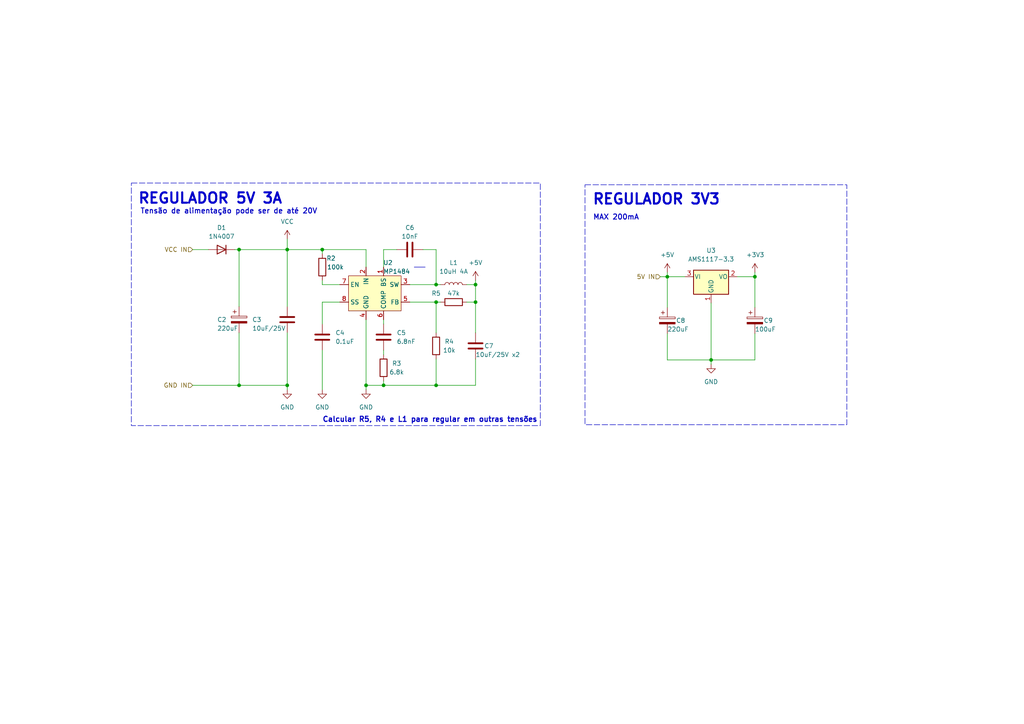
<source format=kicad_sch>
(kicad_sch (version 20230121) (generator eeschema)
  (paper "A4")
  (lib_symbols
    (symbol "Device:C" (pin_numbers hide) (pin_names (offset 0.254))
      (property "Reference" "C" (at 0.635 2.54 0))
      (property "Value" "C" (at 0.635 -2.54 0))
      (symbol "C_0_1"
        (polyline (pts (xy -2.032 -0.762) (xy 2.032 -0.762)) (stroke (width 0.508)))
        (polyline (pts (xy -2.032 0.762) (xy 2.032 0.762)) (stroke (width 0.508)))
      )
      (symbol "C_1_1"
        (pin passive line (at 0 3.81 270) (length 2.794) (name "~") (number "1"))
        (pin passive line (at 0 -3.81 90) (length 2.794) (name "~") (number "2"))
      )
    )
    (symbol "Device:C_Polarized" (pin_numbers hide) (pin_names (offset 0.254))
      (property "Reference" "C" (at 0.635 2.54 0))
      (property "Value" "C_Polarized" (at 0.635 -2.54 0))
      (symbol "C_Polarized_0_1"
        (rectangle (start -2.286 0.508) (end 2.286 1.016))
        (polyline (pts (xy -1.778 2.286) (xy -0.762 2.286)))
        (polyline (pts (xy -1.27 2.794) (xy -1.27 1.778)))
        (rectangle (start 2.286 -0.508) (end -2.286 -1.016) (fill (type outline)))
      )
      (symbol "C_Polarized_1_1"
        (pin passive line (at 0 3.81 270) (length 2.794) (name "~") (number "1"))
        (pin passive line (at 0 -3.81 90) (length 2.794) (name "~") (number "2"))
      )
    )
    (symbol "Device:L" (pin_numbers hide) (pin_names (offset 1.016) hide)
      (property "Reference" "L" (at -1.27 0 90))
      (property "Value" "L" (at 1.905 0 90))
      (symbol "L_0_1"
        (arc (start 0 -2.54) (mid 0.6323 -1.905) (end 0 -1.27))
        (arc (start 0 -1.27) (mid 0.6323 -0.635) (end 0 0))
        (arc (start 0 0) (mid 0.6323 0.635) (end 0 1.27))
        (arc (start 0 1.27) (mid 0.6323 1.905) (end 0 2.54))
      )
      (symbol "L_1_1"
        (pin passive line (at 0 3.81 270) (length 1.27) (name "1") (number "1"))
        (pin passive line (at 0 -3.81 90) (length 1.27) (name "2") (number "2"))
      )
    )
    (symbol "Device:R" (pin_numbers hide) (pin_names (offset 0))
      (property "Reference" "R" (at 2.032 0 90))
      (property "Value" "R" (at 0 0 90))
      (symbol "R_0_1"
        (rectangle (start -1.016 -2.54) (end 1.016 2.54) (stroke (width 0.254)))
      )
      (symbol "R_1_1"
        (pin passive line (at 0 3.81 270) (length 1.27) (name "~") (number "1"))
        (pin passive line (at 0 -3.81 90) (length 1.27) (name "~") (number "2"))
      )
    )
    (symbol "Diode:1N4007" (pin_numbers hide) (pin_names (offset 1.016) hide)
      (property "Reference" "D" (at 0 2.54 0))
      (property "Value" "1N4007" (at 0 -2.54 0))
      (symbol "1N4007_0_1"
        (polyline (pts (xy -1.27 1.27) (xy -1.27 -1.27)) (stroke (width 0.254)))
        (polyline (pts (xy 1.27 0) (xy -1.27 0)))
        (polyline (pts (xy 1.27 1.27) (xy 1.27 -1.27) (xy -1.27 0) (xy 1.27 1.27)) (stroke (width 0.254)))
      )
      (symbol "1N4007_1_1"
        (pin passive line (at -3.81 0 0) (length 2.54) (name "K") (number "1"))
        (pin passive line (at 3.81 0 180) (length 2.54) (name "A") (number "2"))
      )
    )
    (symbol "Regulator_Linear:AMS1117-3.3" (pin_names (offset 0.254))
      (property "Reference" "U" (at -3.81 3.175 0))
      (property "Value" "AMS1117-3.3" (at 0 3.175 0))
      (symbol "AMS1117-3.3_0_1"
        (rectangle (start -5.08 -5.08) (end 5.08 1.905) (stroke (width 0.254)) (fill (type background)))
      )
      (symbol "AMS1117-3.3_1_1"
        (pin power_in line (at 0 -7.62 90) (length 2.54) (name "GND") (number "1"))
        (pin power_out line (at 7.62 0 180) (length 2.54) (name "VO") (number "2"))
        (pin power_in line (at -7.62 0 0) (length 2.54) (name "VI") (number "3"))
      )
    )
    (symbol "componentes_gabriel:MP1484"
      (property "Reference" "U" (at -13.97 5.08 0))
      (property "Value" "MP1484" (at -11.43 2.54 0))
      (symbol "MP1484_0_1"
        (rectangle (start -10.16 1.27) (end 5.08 -8.89) (fill (type background)))
      )
      (symbol "MP1484_1_1"
        (pin input line (at 0 3.81 270) (length 2.54) (name "BS") (number "1"))
        (pin input line (at -5.08 3.81 270) (length 2.54) (name "IN") (number "2"))
        (pin output line (at 7.62 -1.27 180) (length 2.54) (name "SW") (number "3"))
        (pin input line (at -5.08 -11.43 90) (length 2.54) (name "GND") (number "4"))
        (pin input line (at 7.62 -6.35 180) (length 2.54) (name "FB") (number "5"))
        (pin input line (at 0 -11.43 90) (length 2.54) (name "COMP") (number "6"))
        (pin input line (at -12.7 -1.27 0) (length 2.54) (name "EN") (number "7"))
        (pin input line (at -12.7 -6.35 0) (length 2.54) (name "SS") (number "8"))
      )
    )
    (symbol "power:+3.3V" (power) (pin_names (offset 0))
      (property "Value" "+3.3V" (at 0 3.556 0))
      (symbol "+3.3V_0_1"
        (polyline (pts (xy -0.762 1.27) (xy 0 2.54)))
        (polyline (pts (xy 0 0) (xy 0 2.54)))
        (polyline (pts (xy 0 2.54) (xy 0.762 1.27)))
      )
      (symbol "+3.3V_1_1"
        (pin power_in line (at 0 0 90) (length 0) hide (name "+3V3") (number "1"))
      )
    )
    (symbol "power:+5V" (power) (pin_names (offset 0))
      (property "Value" "+5V" (at 0 3.556 0))
      (symbol "+5V_0_1"
        (polyline (pts (xy -0.762 1.27) (xy 0 2.54)))
        (polyline (pts (xy 0 0) (xy 0 2.54)))
        (polyline (pts (xy 0 2.54) (xy 0.762 1.27)))
      )
      (symbol "+5V_1_1"
        (pin power_in line (at 0 0 90) (length 0) hide (name "+5V") (number "1"))
      )
    )
    (symbol "power:GND" (power) (pin_names (offset 0))
      (property "Value" "GND" (at 0 -3.81 0))
      (symbol "GND_0_1"
        (polyline (pts (xy 0 0) (xy 0 -1.27) (xy 1.27 -1.27) (xy 0 -2.54) (xy -1.27 -1.27) (xy 0 -1.27)))
      )
      (symbol "GND_1_1"
        (pin power_in line (at 0 0 270) (length 0) hide (name "GND") (number "1"))
      )
    )
    (symbol "power:VCC" (power) (pin_names (offset 0))
      (property "Value" "VCC" (at 0 3.81 0))
      (symbol "VCC_0_1"
        (polyline (pts (xy -0.762 1.27) (xy 0 2.54)))
        (polyline (pts (xy 0 0) (xy 0 2.54)))
        (polyline (pts (xy 0 2.54) (xy 0.762 1.27)))
      )
      (symbol "VCC_1_1"
        (pin power_in line (at 0 0 90) (length 0) hide (name "VCC") (number "1"))
      )
    )
  )
  (junction (at 137.922 82.55))
  (junction (at 106.172 111.76))
  (junction (at 69.342 72.39))
  (junction (at 111.252 111.76))
  (junction (at 126.492 82.55))
  (junction (at 218.948 80.264))
  (junction (at 69.342 111.76))
  (junction (at 137.922 87.63))
  (junction (at 126.492 111.76))
  (junction (at 83.312 72.39))
  (junction (at 93.472 72.39))
  (junction (at 193.548 80.264))
  (junction (at 83.312 111.76))
  (junction (at 126.492 87.63))
  (junction (at 206.248 104.394))
  (wire (pts (xy 111.252 101.6) (xy 111.252 102.87)))
  (wire (pts (xy 68.072 72.39) (xy 69.342 72.39)))
  (wire (pts (xy 93.472 101.6) (xy 93.472 113.03)))
  (wire (pts (xy 126.492 72.39) (xy 126.492 82.55)))
  (wire (pts (xy 137.922 111.76) (xy 126.492 111.76)))
  (wire (pts (xy 126.492 87.63) (xy 127.762 87.63)))
  (wire (pts (xy 118.872 87.63) (xy 126.492 87.63)))
  (wire (pts (xy 206.248 104.394) (xy 218.948 104.394)))
  (wire (pts (xy 111.252 72.39) (xy 115.062 72.39)))
  (wire (pts (xy 191.516 80.264) (xy 193.548 80.264)))
  (wire (pts (xy 111.252 77.47) (xy 111.252 72.39)))
  (wire (pts (xy 137.922 82.55) (xy 137.922 87.63)))
  (wire (pts (xy 213.868 80.264) (xy 218.948 80.264)))
  (wire (pts (xy 126.492 87.63) (xy 126.492 96.52)))
  (wire (pts (xy 69.342 88.9) (xy 69.342 72.39)))
  (wire (pts (xy 111.252 92.71) (xy 111.252 93.98)))
  (wire (pts (xy 218.948 80.264) (xy 218.948 89.154)))
  (wire (pts (xy 69.342 111.76) (xy 83.312 111.76)))
  (wire (pts (xy 98.552 87.63) (xy 93.472 87.63)))
  (wire (pts (xy 106.172 111.76) (xy 106.172 113.03)))
  (wire (pts (xy 83.312 72.39) (xy 93.472 72.39)))
  (wire (pts (xy 93.472 82.55) (xy 93.472 81.28)))
  (wire (pts (xy 218.948 96.774) (xy 218.948 104.394)))
  (wire (pts (xy 135.382 82.55) (xy 137.922 82.55)))
  (wire (pts (xy 83.312 88.9) (xy 83.312 72.39)))
  (wire (pts (xy 83.312 69.342) (xy 83.312 72.136)))
  (wire (pts (xy 193.548 104.394) (xy 193.548 96.774)))
  (wire (pts (xy 126.492 82.55) (xy 127.762 82.55)))
  (wire (pts (xy 98.552 82.55) (xy 93.472 82.55)))
  (wire (pts (xy 93.472 72.39) (xy 93.472 73.66)))
  (wire (pts (xy 55.88 111.76) (xy 69.342 111.76)))
  (wire (pts (xy 137.922 96.52) (xy 137.922 87.63)))
  (wire (pts (xy 83.312 96.52) (xy 83.312 111.76)))
  (wire (pts (xy 193.548 104.394) (xy 206.248 104.394)))
  (wire (pts (xy 137.922 104.14) (xy 137.922 111.76)))
  (wire (pts (xy 106.172 92.71) (xy 106.172 111.76)))
  (wire (pts (xy 55.88 72.39) (xy 60.452 72.39)))
  (wire (pts (xy 193.548 78.994) (xy 193.548 80.264)))
  (wire (pts (xy 111.252 111.76) (xy 106.172 111.76)))
  (wire (pts (xy 106.172 77.47) (xy 106.172 72.39)))
  (wire (pts (xy 218.948 78.994) (xy 218.948 80.264)))
  (wire (pts (xy 69.342 72.39) (xy 83.312 72.39)))
  (wire (pts (xy 126.492 104.14) (xy 126.492 111.76)))
  (wire (pts (xy 193.548 80.264) (xy 198.628 80.264)))
  (wire (pts (xy 206.248 104.394) (xy 206.248 105.664)))
  (wire (pts (xy 122.682 72.39) (xy 126.492 72.39)))
  (wire (pts (xy 137.922 81.28) (xy 137.922 82.55)))
  (wire (pts (xy 137.922 87.63) (xy 135.382 87.63)))
  (wire (pts (xy 206.248 87.884) (xy 206.248 104.394)))
  (wire (pts (xy 111.252 110.49) (xy 111.252 111.76)))
  (wire (pts (xy 118.872 82.55) (xy 126.492 82.55)))
  (wire (pts (xy 69.342 96.52) (xy 69.342 111.76)))
  (wire (pts (xy 193.548 89.154) (xy 193.548 80.264)))
  (wire (pts (xy 106.172 72.39) (xy 93.472 72.39)))
  (wire (pts (xy 126.492 111.76) (xy 111.252 111.76)))
  (polyline (pts (xy 120.142 77.47) (xy 123.317 77.47)))
  (wire (pts (xy 83.312 111.76) (xy 83.312 113.03)))
  (wire (pts (xy 93.472 87.63) (xy 93.472 93.98)))
  (rectangle (start 38.1 53.086) (end 156.718 123.444) (stroke (width 0) (type dash)))
  (rectangle (start 169.672 53.594) (end 245.618 123.19) (stroke (width 0) (type dash)))
  (text "Calcular R5, R4 e L1 para regular em outras tensões" (at 93.472 122.682 0) (effects (font (size 1.5 1.5) (thickness 0.3) bold) (justify left bottom)))
  (text "REGULADOR 3V3" (at 171.704 59.69 0) (effects (font (size 3 3) (thickness 0.6) bold) (justify left bottom)))
  (text "MAX 200mA" (at 171.958 64.008 0) (effects (font (size 1.5 1.5) (thickness 0.254) bold) (justify left bottom)))
  (text "REGULADOR 5V 3A" (at 39.878 59.436 0) (effects (font (size 3 3) (thickness 0.6) bold) (justify left bottom)))
  (text "Tensão de alimentação pode ser de até 20V" (at 40.64 62.23 0) (effects (font (size 1.5 1.5) (thickness 0.254) bold) (justify left bottom)))
  (hierarchical_label "GND IN" (shape input) (at 55.88 111.76 180))
  (hierarchical_label "5V IN" (shape input) (at 191.516 80.264 180))
  (hierarchical_label "VCC IN" (shape input) (at 55.88 72.39 180))
  (symbol (lib_id "Device:R") (at 111.252 106.68 0) (unit 1)
    (property "Reference" "R3" (at 115.062 105.41 0))
    (property "Value" "6.8k" (at 115.062 107.95 0))
    (property "Footprint" "Resistor_SMD:R_0805_2012Metric" (effects hide))
  )
  (symbol (lib_id "power:GND") (at 93.472 113.03 0) (unit 1)
    (property "Reference" "#PWR010" (effects hide))
    (property "Value" "GND" (at 93.472 118.11 0))
  )
  (symbol (lib_id "power:+3.3V") (at 218.948 78.994 0) (unit 1)
    (property "Reference" "#PWR024" (effects hide))
    (property "Value" "+3.3V" (at 216.408 73.914 0) (effects (justify left)))
  )
  (symbol (lib_id "Device:C") (at 83.312 92.71 0) (unit 1)
    (property "Reference" "C3" (at 73.152 92.71 0) (effects (justify left)))
    (property "Value" "10uF/25V" (at 73.152 95.25 0) (effects (justify left)))
    (property "Footprint" "Capacitor_SMD:C_1206_3216Metric" (effects hide))
  )
  (symbol (lib_id "Device:R") (at 93.472 77.47 0) (unit 1)
    (property "Reference" "R2" (at 96.012 74.93 0))
    (property "Value" "100k" (at 97.282 77.47 0))
    (property "Footprint" "Resistor_SMD:R_0805_2012Metric" (effects hide))
  )
  (symbol (lib_id "power:GND") (at 106.172 113.03 0) (unit 1)
    (property "Reference" "#PWR013" (effects hide))
    (property "Value" "GND" (at 106.172 118.11 0))
  )
  (symbol (lib_id "Device:C_Polarized") (at 193.548 92.964 0) (unit 1)
    (property "Reference" "C8" (at 196.088 92.964 0) (effects (justify left)))
    (property "Value" "22OuF" (at 193.548 95.504 0) (effects (justify left)))
    (property "Footprint" "Capacitor_SMD:CP_Elec_6.3x5.9" (effects hide))
  )
  (symbol (lib_id "Regulator_Linear:AMS1117-3.3") (at 206.248 80.264 0) (unit 1)
    (property "Reference" "U3" (at 206.248 72.644 0))
    (property "Value" "AMS1117-3.3" (at 206.248 75.184 0))
    (property "Footprint" "Package_TO_SOT_SMD:SOT-223-3_TabPin2" (effects hide))
    (property "Datasheet" "http://www.advanced-monolithic.com/pdf/ds1117.pdf" (effects hide))
  )
  (symbol (lib_id "Device:C") (at 93.472 97.79 0) (unit 1)
    (property "Reference" "C4" (at 97.282 96.5199 0) (effects (justify left)))
    (property "Value" "0.1uF" (at 97.282 99.0599 0) (effects (justify left)))
    (property "Footprint" "Capacitor_SMD:C_0805_2012Metric" (effects hide))
  )
  (symbol (lib_id "power:GND") (at 83.312 113.03 0) (unit 1)
    (property "Reference" "#PWR09" (effects hide))
    (property "Value" "GND" (at 83.312 118.11 0))
  )
  (symbol (lib_id "Device:C_Polarized") (at 69.342 92.71 0) (unit 1)
    (property "Reference" "C2" (at 62.992 92.71 0) (effects (justify left)))
    (property "Value" "220uF" (at 62.992 95.25 0) (effects (justify left)))
    (property "Footprint" "Capacitor_SMD:CP_Elec_6.3x5.9" (effects hide))
  )
  (symbol (lib_id "power:+5V") (at 137.922 81.28 0) (unit 1)
    (property "Reference" "#PWR017" (effects hide))
    (property "Value" "+5V" (at 137.922 76.2 0))
  )
  (symbol (lib_id "Device:C") (at 111.252 97.79 0) (unit 1)
    (property "Reference" "C5" (at 115.062 96.5199 0) (effects (justify left)))
    (property "Value" "6.8nF" (at 115.062 99.0599 0) (effects (justify left)))
    (property "Footprint" "Capacitor_SMD:C_0805_2012Metric" (effects hide))
  )
  (symbol (lib_id "componentes_gabriel:MP1484") (at 111.252 81.28 0) (unit 1)
    (property "Reference" "U2" (at 112.522 76.2 0))
    (property "Value" "MP1484" (at 115.062 78.74 0))
    (property "Footprint" "componentes_gabriel:SOP127P600X175-9N" (effects hide))
    (property "Datasheet" "https://datasheet.lcsc.com/lcsc/1912111437_HGSEMI-MP1484M-TR_C398142.pdf" (effects hide))
  )
  (symbol (lib_id "power:+5V") (at 193.548 78.994 0) (unit 1)
    (property "Reference" "#PWR018" (effects hide))
    (property "Value" "+5V" (at 193.548 73.914 0))
  )
  (symbol (lib_id "power:GND") (at 206.248 105.664 0) (unit 1)
    (property "Reference" "#PWR019" (effects hide))
    (property "Value" "GND" (at 206.248 110.744 0))
  )
  (symbol (lib_id "Diode:1N4007") (at 64.262 72.39 180) (unit 1)
    (property "Reference" "D1" (at 64.262 66.04 0))
    (property "Value" "1N4007" (at 64.262 68.58 0))
    (property "Footprint" "Diode_SMD:D_SMA" (effects hide))
    (property "Datasheet" "http://www.vishay.com/docs/88503/1n4001.pdf" (effects hide))
  )
  (symbol (lib_id "Device:C") (at 137.922 100.33 0) (unit 1)
    (property "Reference" "C7" (at 140.462 100.33 0) (effects (justify left)))
    (property "Value" "10uF/25V x2" (at 137.922 102.87 0) (effects (justify left)))
    (property "Footprint" "Capacitor_SMD:C_1206_3216Metric" (effects hide))
  )
  (symbol (lib_id "Device:R") (at 131.572 87.63 270) (unit 1)
    (property "Reference" "R5" (at 126.492 85.09 90))
    (property "Value" "47k" (at 131.572 85.09 90))
    (property "Footprint" "Resistor_SMD:R_0805_2012Metric" (effects hide))
  )
  (symbol (lib_id "Device:C_Polarized") (at 218.948 92.964 0) (unit 1)
    (property "Reference" "C9" (at 221.488 92.964 0) (effects (justify left)))
    (property "Value" "100uF" (at 218.948 95.504 0) (effects (justify left)))
    (property "Footprint" "Capacitor_SMD:CP_Elec_6.3x5.9" (effects hide))
  )
  (symbol (lib_id "power:VCC") (at 83.312 69.342 0) (unit 1)
    (property "Reference" "#PWR01" (effects hide))
    (property "Value" "VCC" (at 83.312 64.262 0))
  )
  (symbol (lib_id "Device:C") (at 118.872 72.39 90) (unit 1)
    (property "Reference" "C6" (at 118.872 66.04 90))
    (property "Value" "10nF" (at 118.872 68.58 90))
    (property "Footprint" "Capacitor_SMD:C_0805_2012Metric" (effects hide))
  )
  (symbol (lib_id "Device:R") (at 126.492 100.33 0) (unit 1)
    (property "Reference" "R4" (at 130.302 99.06 0))
    (property "Value" "10k" (at 130.302 101.6 0))
    (property "Footprint" "Resistor_SMD:R_0805_2012Metric" (effects hide))
  )
  (symbol (lib_id "Device:L") (at 131.572 82.55 90) (unit 1)
    (property "Reference" "L1" (at 131.572 76.2 90))
    (property "Value" "10uH 4A" (at 131.572 78.74 90))
    (property "Footprint" "Inductor_SMD:L_7.3x7.3_H3.5" (effects hide))
  )
)
</source>
